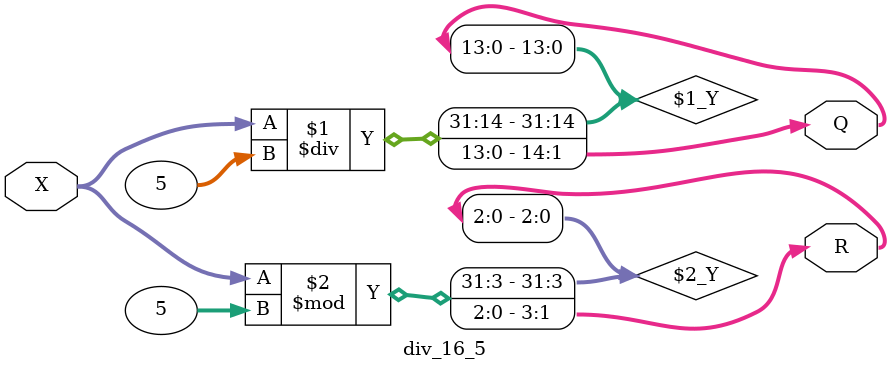
<source format=v>
module div_16_5 ( X, Q, R);


input  [16:1] X;
output [14:1] Q; 
output [3:1] R;

assign Q = X / 5;

assign R = X % 5;


endmodule

</source>
